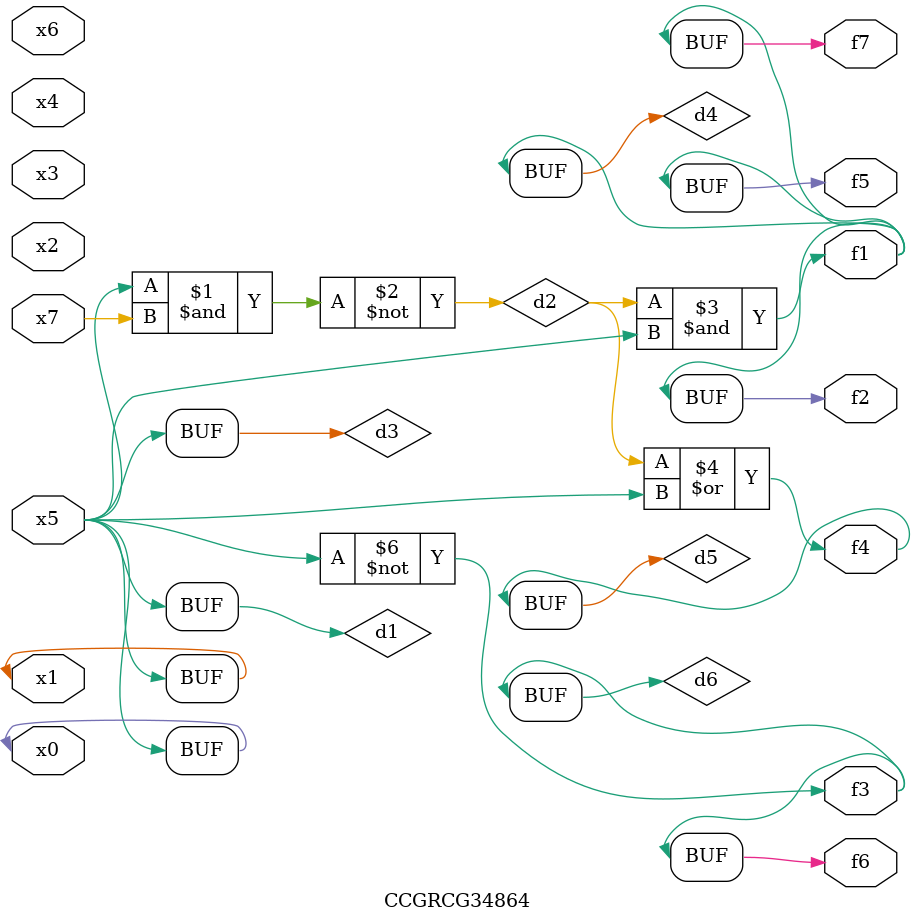
<source format=v>
module CCGRCG34864(
	input x0, x1, x2, x3, x4, x5, x6, x7,
	output f1, f2, f3, f4, f5, f6, f7
);

	wire d1, d2, d3, d4, d5, d6;

	buf (d1, x0, x5);
	nand (d2, x5, x7);
	buf (d3, x0, x1);
	and (d4, d2, d3);
	or (d5, d2, d3);
	nor (d6, d1, d3);
	assign f1 = d4;
	assign f2 = d4;
	assign f3 = d6;
	assign f4 = d5;
	assign f5 = d4;
	assign f6 = d6;
	assign f7 = d4;
endmodule

</source>
